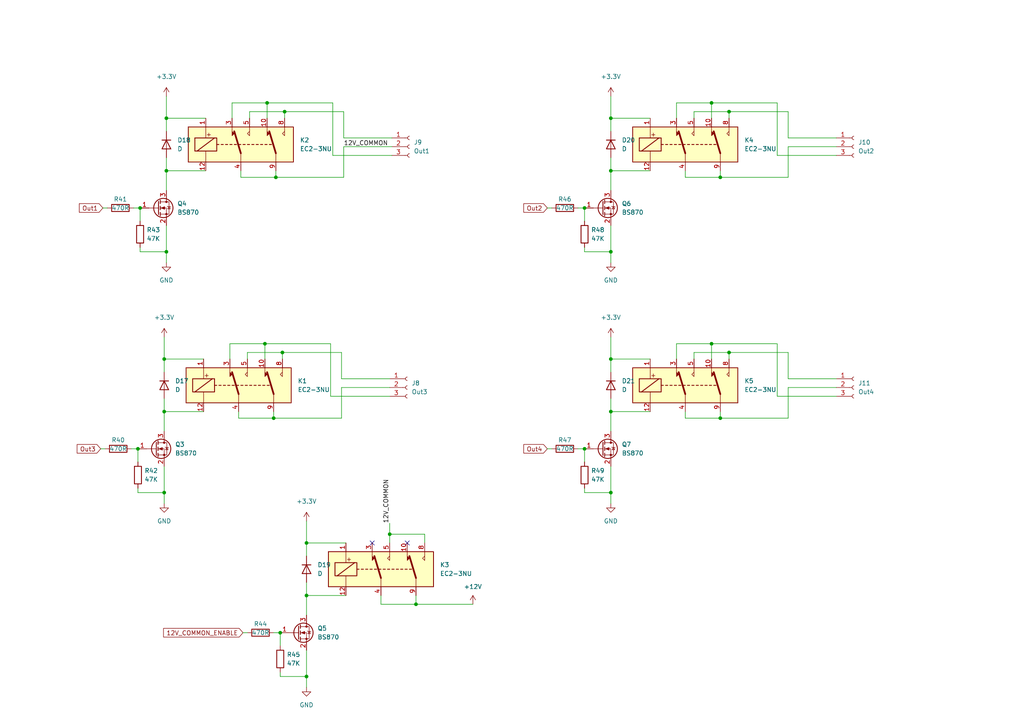
<source format=kicad_sch>
(kicad_sch (version 20230121) (generator eeschema)
  (paper "A4")
  (lib_symbols
    (symbol "Connector:Conn_01x03_Female" (pin_names (offset 1.016) hide)
      (property "Reference" "J" (at 0 5.08 0))
      (property "Value" "Conn_01x03_Female" (at 0 -5.08 0))
      (symbol "Conn_01x03_Female_1_1"
        (arc (start 0 -2.032) (mid -0.5058 -2.54) (end 0 -3.048) (stroke (width 0.1524)))
        (polyline (pts (xy -1.27 -2.54) (xy -0.508 -2.54)) (stroke (width 0.1524)))
        (polyline (pts (xy -1.27 0) (xy -0.508 0)) (stroke (width 0.1524)))
        (polyline (pts (xy -1.27 2.54) (xy -0.508 2.54)) (stroke (width 0.1524)))
        (arc (start 0 0.508) (mid -0.5058 0) (end 0 -0.508) (stroke (width 0.1524)))
        (arc (start 0 3.048) (mid -0.5058 2.54) (end 0 2.032) (stroke (width 0.1524)))
        (pin passive line (at -5.08 2.54 0) (length 3.81) (name "Pin_1") (number "1"))
        (pin passive line (at -5.08 0 0) (length 3.81) (name "Pin_2") (number "2"))
        (pin passive line (at -5.08 -2.54 0) (length 3.81) (name "Pin_3") (number "3"))
      )
    )
    (symbol "Device:D" (pin_numbers hide) (pin_names (offset 1.016) hide)
      (property "Reference" "D" (at 0 2.54 0))
      (property "Value" "D" (at 0 -2.54 0))
      (symbol "D_0_1"
        (polyline (pts (xy -1.27 1.27) (xy -1.27 -1.27)) (stroke (width 0.254)))
        (polyline (pts (xy 1.27 0) (xy -1.27 0)))
        (polyline (pts (xy 1.27 1.27) (xy 1.27 -1.27) (xy -1.27 0) (xy 1.27 1.27)) (stroke (width 0.254)))
      )
      (symbol "D_1_1"
        (pin passive line (at -3.81 0 0) (length 2.54) (name "K") (number "1"))
        (pin passive line (at 3.81 0 180) (length 2.54) (name "A") (number "2"))
      )
    )
    (symbol "Device:R" (pin_numbers hide) (pin_names (offset 0))
      (property "Reference" "R" (at 2.032 0 90))
      (property "Value" "R" (at 0 0 90))
      (symbol "R_0_1"
        (rectangle (start -1.016 -2.54) (end 1.016 2.54) (stroke (width 0.254)))
      )
      (symbol "R_1_1"
        (pin passive line (at 0 3.81 270) (length 1.27) (name "~") (number "1"))
        (pin passive line (at 0 -3.81 90) (length 1.27) (name "~") (number "2"))
      )
    )
    (symbol "Relay:EC2-3NU"
      (property "Reference" "K" (at 15.24 8.89 0))
      (property "Value" "EC2-3NU" (at 19.05 6.35 0))
      (symbol "EC2-3NU_1_1"
        (rectangle (start -15.24 5.08) (end 15.24 -5.08) (stroke (width 0.254)) (fill (type background)))
        (rectangle (start -13.335 1.905) (end -6.985 -1.905) (stroke (width 0.254)))
        (polyline (pts (xy -12.7 -1.905) (xy -7.62 1.905)) (stroke (width 0.254)))
        (polyline (pts (xy -10.16 -5.08) (xy -10.16 -1.905)))
        (polyline (pts (xy -10.16 5.08) (xy -10.16 1.905)))
        (polyline (pts (xy -6.985 0) (xy -6.35 0)) (stroke (width 0.254)))
        (polyline (pts (xy -5.715 0) (xy -5.08 0)) (stroke (width 0.254)))
        (polyline (pts (xy -4.445 0) (xy -3.81 0)) (stroke (width 0.254)))
        (polyline (pts (xy -3.175 0) (xy -2.54 0)) (stroke (width 0.254)))
        (polyline (pts (xy -1.905 0) (xy -1.27 0)) (stroke (width 0.254)))
        (polyline (pts (xy -0.635 0) (xy 0 0)) (stroke (width 0.254)))
        (polyline (pts (xy 0 -2.54) (xy -1.905 3.81)) (stroke (width 0.508)))
        (polyline (pts (xy 0 -2.54) (xy 0 -5.08)))
        (polyline (pts (xy 0.635 0) (xy 1.27 0)) (stroke (width 0.254)))
        (polyline (pts (xy 1.905 0) (xy 2.54 0)) (stroke (width 0.254)))
        (polyline (pts (xy 3.175 0) (xy 3.81 0)) (stroke (width 0.254)))
        (polyline (pts (xy 4.445 0) (xy 5.08 0)) (stroke (width 0.254)))
        (polyline (pts (xy 5.715 0) (xy 6.35 0)) (stroke (width 0.254)))
        (polyline (pts (xy 6.985 0) (xy 7.62 0)) (stroke (width 0.254)))
        (polyline (pts (xy 8.255 0) (xy 8.89 0)) (stroke (width 0.254)))
        (polyline (pts (xy 10.16 -2.54) (xy 8.255 3.81)) (stroke (width 0.508)))
        (polyline (pts (xy 10.16 -2.54) (xy 10.16 -5.08)))
        (polyline (pts (xy -2.54 5.08) (xy -2.54 2.54) (xy -1.905 3.175) (xy -2.54 3.81)) (fill (type outline)))
        (polyline (pts (xy 2.54 5.08) (xy 2.54 2.54) (xy 1.905 3.175) (xy 2.54 3.81)))
        (polyline (pts (xy 7.62 5.08) (xy 7.62 2.54) (xy 8.255 3.175) (xy 7.62 3.81)) (fill (type outline)))
        (polyline (pts (xy 12.7 5.08) (xy 12.7 2.54) (xy 12.065 3.175) (xy 12.7 3.81)))
        (text "+" (at -9.271 2.921 0) (effects (font (size 1.27 1.27))))
        (pin passive line (at -10.16 7.62 270) (length 2.54) (name "~") (number "1"))
        (pin passive line (at 7.62 7.62 270) (length 2.54) (name "~") (number "10"))
        (pin passive line (at -10.16 -7.62 90) (length 2.54) (name "~") (number "12"))
        (pin passive line (at -2.54 7.62 270) (length 2.54) (name "~") (number "3"))
        (pin passive line (at 0 -7.62 90) (length 2.54) (name "~") (number "4"))
        (pin passive line (at 2.54 7.62 270) (length 2.54) (name "~") (number "5"))
        (pin passive line (at 12.7 7.62 270) (length 2.54) (name "~") (number "8"))
        (pin passive line (at 10.16 -7.62 90) (length 2.54) (name "~") (number "9"))
      )
    )
    (symbol "Transistor_FET:BS870" (pin_names hide)
      (property "Reference" "Q" (at 5.08 1.905 0))
      (property "Value" "BS870" (at 5.08 0 0))
      (symbol "BS870_0_1"
        (polyline (pts (xy 0.254 0) (xy -2.54 0)))
        (polyline (pts (xy 0.254 1.905) (xy 0.254 -1.905)) (stroke (width 0.254)))
        (polyline (pts (xy 0.762 -1.27) (xy 0.762 -2.286)) (stroke (width 0.254)))
        (polyline (pts (xy 0.762 0.508) (xy 0.762 -0.508)) (stroke (width 0.254)))
        (polyline (pts (xy 0.762 2.286) (xy 0.762 1.27)) (stroke (width 0.254)))
        (polyline (pts (xy 2.54 2.54) (xy 2.54 1.778)))
        (polyline (pts (xy 2.54 -2.54) (xy 2.54 0) (xy 0.762 0)))
        (polyline (pts (xy 0.762 -1.778) (xy 3.302 -1.778) (xy 3.302 1.778) (xy 0.762 1.778)))
        (polyline (pts (xy 1.016 0) (xy 2.032 0.381) (xy 2.032 -0.381) (xy 1.016 0)) (fill (type outline)))
        (polyline (pts (xy 2.794 0.508) (xy 2.921 0.381) (xy 3.683 0.381) (xy 3.81 0.254)))
        (polyline (pts (xy 3.302 0.381) (xy 2.921 -0.254) (xy 3.683 -0.254) (xy 3.302 0.381)))
        (circle (center 1.651 0) (radius 2.794) (stroke (width 0.254)))
        (circle (center 2.54 -1.778) (radius 0.254) (fill (type outline)))
        (circle (center 2.54 1.778) (radius 0.254) (fill (type outline)))
      )
      (symbol "BS870_1_1"
        (pin input line (at -5.08 0 0) (length 2.54) (name "G") (number "1"))
        (pin passive line (at 2.54 -5.08 90) (length 2.54) (name "S") (number "2"))
        (pin passive line (at 2.54 5.08 270) (length 2.54) (name "D") (number "3"))
      )
    )
    (symbol "power:+12V" (power) (pin_names (offset 0))
      (property "Value" "+12V" (at 0 3.556 0))
      (symbol "+12V_0_1"
        (polyline (pts (xy -0.762 1.27) (xy 0 2.54)))
        (polyline (pts (xy 0 0) (xy 0 2.54)))
        (polyline (pts (xy 0 2.54) (xy 0.762 1.27)))
      )
      (symbol "+12V_1_1"
        (pin power_in line (at 0 0 90) (length 0) hide (name "+12V") (number "1"))
      )
    )
    (symbol "power:+3.3V" (power) (pin_names (offset 0))
      (property "Value" "+3.3V" (at 0 3.556 0))
      (symbol "+3.3V_0_1"
        (polyline (pts (xy -0.762 1.27) (xy 0 2.54)))
        (polyline (pts (xy 0 0) (xy 0 2.54)))
        (polyline (pts (xy 0 2.54) (xy 0.762 1.27)))
      )
      (symbol "+3.3V_1_1"
        (pin power_in line (at 0 0 90) (length 0) hide (name "+3.3V") (number "1"))
      )
    )
    (symbol "power:GND" (power) (pin_names (offset 0))
      (property "Value" "GND" (at 0 -3.81 0))
      (symbol "GND_0_1"
        (polyline (pts (xy 0 0) (xy 0 -1.27) (xy 1.27 -1.27) (xy 0 -2.54) (xy -1.27 -1.27) (xy 0 -1.27)))
      )
      (symbol "GND_1_1"
        (pin power_in line (at 0 0 270) (length 0) hide (name "GND") (number "1"))
      )
    )
  )
  (junction (at 177.165 119.38))
  (junction (at 48.26 49.53))
  (junction (at 88.9 157.48))
  (junction (at 77.47 29.845))
  (junction (at 81.915 102.235))
  (junction (at 206.375 29.845))
  (junction (at 211.455 102.235))
  (junction (at 211.455 32.385))
  (junction (at 169.545 130.175))
  (junction (at 82.55 32.385))
  (junction (at 40.64 60.325))
  (junction (at 47.625 119.38))
  (junction (at 177.165 142.875))
  (junction (at 80.01 51.435))
  (junction (at 177.165 104.14))
  (junction (at 40.005 130.175))
  (junction (at 120.65 175.26))
  (junction (at 177.165 73.025))
  (junction (at 48.26 73.025))
  (junction (at 47.625 142.875))
  (junction (at 48.26 34.29))
  (junction (at 88.9 196.215))
  (junction (at 208.915 121.285))
  (junction (at 79.375 121.285))
  (junction (at 177.165 49.53))
  (junction (at 88.9 172.72))
  (junction (at 81.28 183.515))
  (junction (at 206.375 99.695))
  (junction (at 113.03 154.94))
  (junction (at 208.915 51.435))
  (junction (at 169.545 60.325))
  (junction (at 177.165 34.29))
  (junction (at 76.835 99.695))
  (junction (at 47.625 104.14))
  (no_connect (at 107.95 157.48))
  (no_connect (at 118.11 157.48))
  (wire (pts (xy 196.215 99.695) (xy 206.375 99.695)))
  (wire (pts (xy 228.6 112.395) (xy 242.57 112.395)))
  (wire (pts (xy 177.165 34.29) (xy 188.595 34.29)))
  (wire (pts (xy 225.425 114.935) (xy 242.57 114.935)))
  (wire (pts (xy 208.915 51.435) (xy 228.6 51.435)))
  (wire (pts (xy 169.545 71.755) (xy 169.545 73.025)))
  (wire (pts (xy 48.26 49.53) (xy 48.26 45.72)))
  (wire (pts (xy 47.625 142.875) (xy 47.625 146.05)))
  (wire (pts (xy 59.69 49.53) (xy 48.26 49.53)))
  (wire (pts (xy 196.215 104.14) (xy 196.215 99.695)))
  (wire (pts (xy 48.26 38.1) (xy 48.26 34.29)))
  (wire (pts (xy 88.9 161.29) (xy 88.9 157.48)))
  (wire (pts (xy 211.455 32.385) (xy 228.6 32.385)))
  (wire (pts (xy 228.6 32.385) (xy 228.6 40.005)))
  (wire (pts (xy 177.165 49.53) (xy 177.165 55.245)))
  (wire (pts (xy 169.545 130.175) (xy 169.545 133.985)))
  (wire (pts (xy 228.6 51.435) (xy 228.6 42.545)))
  (wire (pts (xy 88.9 157.48) (xy 100.33 157.48)))
  (wire (pts (xy 123.19 154.94) (xy 123.19 157.48)))
  (wire (pts (xy 201.295 102.235) (xy 211.455 102.235)))
  (wire (pts (xy 88.9 188.595) (xy 88.9 196.215)))
  (wire (pts (xy 69.85 51.435) (xy 80.01 51.435)))
  (wire (pts (xy 99.06 109.855) (xy 113.03 109.855)))
  (wire (pts (xy 95.885 99.695) (xy 95.885 114.935)))
  (wire (pts (xy 59.055 119.38) (xy 47.625 119.38)))
  (wire (pts (xy 77.47 34.29) (xy 77.47 29.845)))
  (wire (pts (xy 88.9 196.215) (xy 88.9 199.39)))
  (wire (pts (xy 72.39 34.29) (xy 72.39 32.385)))
  (wire (pts (xy 225.425 99.695) (xy 225.425 114.935)))
  (wire (pts (xy 69.85 49.53) (xy 69.85 51.435)))
  (wire (pts (xy 137.16 175.26) (xy 120.65 175.26)))
  (wire (pts (xy 198.755 49.53) (xy 198.755 51.435)))
  (wire (pts (xy 48.26 73.025) (xy 48.26 76.2)))
  (wire (pts (xy 40.005 141.605) (xy 40.005 142.875)))
  (wire (pts (xy 99.06 112.395) (xy 113.03 112.395)))
  (wire (pts (xy 96.52 45.085) (xy 113.665 45.085)))
  (wire (pts (xy 177.165 38.1) (xy 177.165 34.29)))
  (wire (pts (xy 201.295 104.14) (xy 201.295 102.235)))
  (wire (pts (xy 208.915 49.53) (xy 208.915 51.435)))
  (wire (pts (xy 211.455 102.235) (xy 211.455 104.14)))
  (wire (pts (xy 48.26 34.29) (xy 59.69 34.29)))
  (wire (pts (xy 169.545 60.325) (xy 169.545 64.135)))
  (wire (pts (xy 47.625 119.38) (xy 47.625 125.095)))
  (wire (pts (xy 198.755 51.435) (xy 208.915 51.435)))
  (wire (pts (xy 188.595 119.38) (xy 177.165 119.38)))
  (wire (pts (xy 29.21 130.175) (xy 30.48 130.175)))
  (wire (pts (xy 177.165 107.95) (xy 177.165 104.14)))
  (wire (pts (xy 167.64 60.325) (xy 169.545 60.325)))
  (wire (pts (xy 177.165 119.38) (xy 177.165 115.57)))
  (wire (pts (xy 40.64 73.025) (xy 48.26 73.025)))
  (wire (pts (xy 71.755 102.235) (xy 81.915 102.235)))
  (wire (pts (xy 99.06 121.285) (xy 99.06 112.395)))
  (wire (pts (xy 82.55 32.385) (xy 82.55 34.29)))
  (wire (pts (xy 47.625 135.255) (xy 47.625 142.875)))
  (wire (pts (xy 99.695 42.545) (xy 113.665 42.545)))
  (wire (pts (xy 40.64 71.755) (xy 40.64 73.025)))
  (wire (pts (xy 158.75 130.175) (xy 160.02 130.175)))
  (wire (pts (xy 225.425 45.085) (xy 242.57 45.085)))
  (wire (pts (xy 177.165 119.38) (xy 177.165 125.095)))
  (wire (pts (xy 169.545 141.605) (xy 169.545 142.875)))
  (wire (pts (xy 228.6 102.235) (xy 228.6 109.855)))
  (wire (pts (xy 71.755 104.14) (xy 71.755 102.235)))
  (wire (pts (xy 100.33 172.72) (xy 88.9 172.72)))
  (wire (pts (xy 48.26 49.53) (xy 48.26 55.245)))
  (wire (pts (xy 81.28 196.215) (xy 88.9 196.215)))
  (wire (pts (xy 228.6 42.545) (xy 242.57 42.545)))
  (wire (pts (xy 70.485 183.515) (xy 71.755 183.515)))
  (wire (pts (xy 80.01 49.53) (xy 80.01 51.435)))
  (wire (pts (xy 48.26 65.405) (xy 48.26 73.025)))
  (wire (pts (xy 208.915 121.285) (xy 228.6 121.285)))
  (wire (pts (xy 228.6 40.005) (xy 242.57 40.005)))
  (wire (pts (xy 206.375 29.845) (xy 225.425 29.845)))
  (wire (pts (xy 198.755 119.38) (xy 198.755 121.285)))
  (wire (pts (xy 40.64 60.325) (xy 40.64 64.135)))
  (wire (pts (xy 79.375 183.515) (xy 81.28 183.515)))
  (wire (pts (xy 77.47 29.845) (xy 96.52 29.845)))
  (wire (pts (xy 188.595 49.53) (xy 177.165 49.53)))
  (wire (pts (xy 79.375 119.38) (xy 79.375 121.285)))
  (wire (pts (xy 66.675 99.695) (xy 76.835 99.695)))
  (wire (pts (xy 211.455 32.385) (xy 211.455 34.29)))
  (wire (pts (xy 201.295 34.29) (xy 201.295 32.385)))
  (wire (pts (xy 96.52 29.845) (xy 96.52 45.085)))
  (wire (pts (xy 40.005 130.175) (xy 40.005 133.985)))
  (wire (pts (xy 206.375 99.695) (xy 225.425 99.695)))
  (wire (pts (xy 99.06 102.235) (xy 99.06 109.855)))
  (wire (pts (xy 99.695 51.435) (xy 99.695 42.545)))
  (wire (pts (xy 120.65 172.72) (xy 120.65 175.26)))
  (wire (pts (xy 40.005 142.875) (xy 47.625 142.875)))
  (wire (pts (xy 177.165 65.405) (xy 177.165 73.025)))
  (wire (pts (xy 48.26 27.94) (xy 48.26 34.29)))
  (wire (pts (xy 95.885 114.935) (xy 113.03 114.935)))
  (wire (pts (xy 206.375 104.14) (xy 206.375 99.695)))
  (wire (pts (xy 82.55 32.385) (xy 99.695 32.385)))
  (wire (pts (xy 208.915 119.38) (xy 208.915 121.285)))
  (wire (pts (xy 113.03 154.94) (xy 123.19 154.94)))
  (wire (pts (xy 99.695 32.385) (xy 99.695 40.005)))
  (wire (pts (xy 47.625 97.79) (xy 47.625 104.14)))
  (wire (pts (xy 76.835 104.14) (xy 76.835 99.695)))
  (wire (pts (xy 158.75 60.325) (xy 160.02 60.325)))
  (wire (pts (xy 47.625 119.38) (xy 47.625 115.57)))
  (wire (pts (xy 177.165 104.14) (xy 188.595 104.14)))
  (wire (pts (xy 198.755 121.285) (xy 208.915 121.285)))
  (wire (pts (xy 110.49 175.26) (xy 110.49 172.72)))
  (wire (pts (xy 79.375 121.285) (xy 99.06 121.285)))
  (wire (pts (xy 88.9 172.72) (xy 88.9 168.91)))
  (wire (pts (xy 69.215 119.38) (xy 69.215 121.285)))
  (wire (pts (xy 81.915 102.235) (xy 81.915 104.14)))
  (wire (pts (xy 69.215 121.285) (xy 79.375 121.285)))
  (wire (pts (xy 113.03 154.94) (xy 113.03 157.48)))
  (wire (pts (xy 29.845 60.325) (xy 31.115 60.325)))
  (wire (pts (xy 177.165 97.79) (xy 177.165 104.14)))
  (wire (pts (xy 177.165 27.94) (xy 177.165 34.29)))
  (wire (pts (xy 169.545 73.025) (xy 177.165 73.025)))
  (wire (pts (xy 225.425 29.845) (xy 225.425 45.085)))
  (wire (pts (xy 196.215 34.29) (xy 196.215 29.845)))
  (wire (pts (xy 81.915 102.235) (xy 99.06 102.235)))
  (wire (pts (xy 201.295 32.385) (xy 211.455 32.385)))
  (wire (pts (xy 67.31 34.29) (xy 67.31 29.845)))
  (wire (pts (xy 120.65 175.26) (xy 110.49 175.26)))
  (wire (pts (xy 38.1 130.175) (xy 40.005 130.175)))
  (wire (pts (xy 66.675 104.14) (xy 66.675 99.695)))
  (wire (pts (xy 88.9 151.13) (xy 88.9 157.48)))
  (wire (pts (xy 81.28 183.515) (xy 81.28 187.325)))
  (wire (pts (xy 177.165 73.025) (xy 177.165 76.2)))
  (wire (pts (xy 81.28 194.945) (xy 81.28 196.215)))
  (wire (pts (xy 177.165 142.875) (xy 177.165 146.05)))
  (wire (pts (xy 99.695 40.005) (xy 113.665 40.005)))
  (wire (pts (xy 88.9 172.72) (xy 88.9 178.435)))
  (wire (pts (xy 38.735 60.325) (xy 40.64 60.325)))
  (wire (pts (xy 228.6 121.285) (xy 228.6 112.395)))
  (wire (pts (xy 72.39 32.385) (xy 82.55 32.385)))
  (wire (pts (xy 80.01 51.435) (xy 99.695 51.435)))
  (wire (pts (xy 211.455 102.235) (xy 228.6 102.235)))
  (wire (pts (xy 169.545 142.875) (xy 177.165 142.875)))
  (wire (pts (xy 76.835 99.695) (xy 95.885 99.695)))
  (wire (pts (xy 228.6 109.855) (xy 242.57 109.855)))
  (wire (pts (xy 47.625 104.14) (xy 59.055 104.14)))
  (wire (pts (xy 47.625 107.95) (xy 47.625 104.14)))
  (wire (pts (xy 177.165 135.255) (xy 177.165 142.875)))
  (wire (pts (xy 206.375 34.29) (xy 206.375 29.845)))
  (wire (pts (xy 196.215 29.845) (xy 206.375 29.845)))
  (wire (pts (xy 113.03 151.765) (xy 113.03 154.94)))
  (wire (pts (xy 67.31 29.845) (xy 77.47 29.845)))
  (wire (pts (xy 177.165 49.53) (xy 177.165 45.72)))
  (wire (pts (xy 167.64 130.175) (xy 169.545 130.175)))
  (label "12V_COMMON" (at 99.695 42.545 0))
  (label "12V_COMMON" (at 113.03 151.765 90))
  (global_label "Out3" (shape input) (at 29.21 130.175 180) (property "Intersheetrefs" "${INTERSHEET_REFS}" (effects hide)))
  (global_label "12V_COMMON_ENABLE" (shape input) (at 70.485 183.515 180) (property "Intersheetrefs" "${INTERSHEET_REFS}" (effects hide)))
  (global_label "Out2" (shape input) (at 158.75 60.325 180) (property "Intersheetrefs" "${INTERSHEET_REFS}" (effects hide)))
  (global_label "Out4" (shape input) (at 158.75 130.175 180) (property "Intersheetrefs" "${INTERSHEET_REFS}" (effects hide)))
  (global_label "Out1" (shape input) (at 29.845 60.325 180) (property "Intersheetrefs" "${INTERSHEET_REFS}" (effects hide)))
  (symbol (lib_id "power:GND") (at 177.165 146.05 0) (unit 1)
    (property "Reference" "#PWR0152" (effects hide))
    (property "Value" "GND" (at 177.165 151.13 0))
  )
  (symbol (lib_id "Transistor_FET:BS870") (at 174.625 130.175 0) (unit 1)
    (property "Reference" "Q7" (at 180.34 128.9049 0) (effects (justify left)))
    (property "Value" "BS870" (at 180.34 131.4449 0) (effects (justify left)))
    (property "Footprint" "Package_TO_SOT_SMD:SOT-23" (effects hide))
    (property "Datasheet" "http://www.diodes.com/assets/Datasheets/ds11302.pdf" (effects hide))
  )
  (symbol (lib_id "Device:D") (at 177.165 41.91 270) (unit 1)
    (property "Reference" "D20" (at 180.34 40.6399 90) (effects (justify left)))
    (property "Value" "D" (at 180.34 43.1799 90) (effects (justify left)))
    (property "Footprint" "Diode_SMD:D_SOD-123" (effects hide))
  )
  (symbol (lib_id "Device:D") (at 48.26 41.91 270) (unit 1)
    (property "Reference" "D18" (at 51.435 40.6399 90) (effects (justify left)))
    (property "Value" "D" (at 51.435 43.1799 90) (effects (justify left)))
    (property "Footprint" "Diode_SMD:D_SOD-123" (effects hide))
  )
  (symbol (lib_id "Device:R") (at 81.28 191.135 0) (unit 1)
    (property "Reference" "R45" (at 83.185 189.8649 0) (effects (justify left)))
    (property "Value" "47K" (at 83.185 192.4049 0) (effects (justify left)))
    (property "Footprint" "Resistor_SMD:R_0603_1608Metric_Pad0.98x0.95mm_HandSolder" (effects hide))
  )
  (symbol (lib_id "power:GND") (at 48.26 76.2 0) (unit 1)
    (property "Reference" "#PWR0148" (effects hide))
    (property "Value" "GND" (at 48.26 81.28 0))
  )
  (symbol (lib_id "power:GND") (at 47.625 146.05 0) (unit 1)
    (property "Reference" "#PWR0155" (effects hide))
    (property "Value" "GND" (at 47.625 151.13 0))
  )
  (symbol (lib_id "power:+3.3V") (at 88.9 151.13 0) (unit 1)
    (property "Reference" "#PWR0154" (effects hide))
    (property "Value" "+3.3V" (at 88.9 145.415 0))
  )
  (symbol (lib_id "power:+3.3V") (at 177.165 97.79 0) (unit 1)
    (property "Reference" "#PWR0151" (effects hide))
    (property "Value" "+3.3V" (at 177.165 92.075 0))
  )
  (symbol (lib_id "Transistor_FET:BS870") (at 45.085 130.175 0) (unit 1)
    (property "Reference" "Q3" (at 50.8 128.9049 0) (effects (justify left)))
    (property "Value" "BS870" (at 50.8 131.4449 0) (effects (justify left)))
    (property "Footprint" "Package_TO_SOT_SMD:SOT-23" (effects hide))
    (property "Datasheet" "http://www.diodes.com/assets/Datasheets/ds11302.pdf" (effects hide))
  )
  (symbol (lib_id "power:+3.3V") (at 47.625 97.79 0) (unit 1)
    (property "Reference" "#PWR0153" (effects hide))
    (property "Value" "+3.3V" (at 47.625 92.075 0))
  )
  (symbol (lib_id "Device:R") (at 169.545 67.945 0) (unit 1)
    (property "Reference" "R48" (at 171.45 66.6749 0) (effects (justify left)))
    (property "Value" "47K" (at 171.45 69.2149 0) (effects (justify left)))
    (property "Footprint" "Resistor_SMD:R_0603_1608Metric_Pad0.98x0.95mm_HandSolder" (effects hide))
  )
  (symbol (lib_id "power:GND") (at 88.9 199.39 0) (unit 1)
    (property "Reference" "#PWR0156" (effects hide))
    (property "Value" "GND" (at 88.9 204.47 0))
  )
  (symbol (lib_id "Relay:EC2-3NU") (at 198.755 41.91 0) (unit 1)
    (property "Reference" "K4" (at 215.9 40.6399 0) (effects (justify left)))
    (property "Value" "EC2-3NU" (at 215.9 43.1799 0) (effects (justify left)))
    (property "Footprint" "Relay_THT:Relay_DPDT_Kemet_EC2" (effects hide))
    (property "Datasheet" "https://content.kemet.com/datasheets/KEM_R7002_EC2_EE2.pdf" (effects hide))
  )
  (symbol (lib_id "Relay:EC2-3NU") (at 69.215 111.76 0) (unit 1)
    (property "Reference" "K1" (at 86.36 110.4899 0) (effects (justify left)))
    (property "Value" "EC2-3NU" (at 86.36 113.0299 0) (effects (justify left)))
    (property "Footprint" "Relay_THT:Relay_DPDT_Kemet_EC2" (effects hide))
    (property "Datasheet" "https://content.kemet.com/datasheets/KEM_R7002_EC2_EE2.pdf" (effects hide))
  )
  (symbol (lib_id "Connector:Conn_01x03_Female") (at 118.11 112.395 0) (unit 1)
    (property "Reference" "J8" (at 119.38 111.1249 0) (effects (justify left)))
    (property "Value" "Out3" (at 119.38 113.6649 0) (effects (justify left)))
    (property "Footprint" "Connector_Phoenix_MSTB:PhoenixContact_MSTBVA_2,5_3-G_1x03_P5.00mm_Vertical" (effects hide))
  )
  (symbol (lib_id "Transistor_FET:BS870") (at 45.72 60.325 0) (unit 1)
    (property "Reference" "Q4" (at 51.435 59.0549 0) (effects (justify left)))
    (property "Value" "BS870" (at 51.435 61.5949 0) (effects (justify left)))
    (property "Footprint" "Package_TO_SOT_SMD:SOT-23" (effects hide))
    (property "Datasheet" "http://www.diodes.com/assets/Datasheets/ds11302.pdf" (effects hide))
  )
  (symbol (lib_id "Transistor_FET:BS870") (at 174.625 60.325 0) (unit 1)
    (property "Reference" "Q6" (at 180.34 59.0549 0) (effects (justify left)))
    (property "Value" "BS870" (at 180.34 61.5949 0) (effects (justify left)))
    (property "Footprint" "Package_TO_SOT_SMD:SOT-23" (effects hide))
    (property "Datasheet" "http://www.diodes.com/assets/Datasheets/ds11302.pdf" (effects hide))
  )
  (symbol (lib_id "Device:R") (at 40.005 137.795 0) (unit 1)
    (property "Reference" "R42" (at 41.91 136.5249 0) (effects (justify left)))
    (property "Value" "47K" (at 41.91 139.0649 0) (effects (justify left)))
    (property "Footprint" "Resistor_SMD:R_0603_1608Metric_Pad0.98x0.95mm_HandSolder" (effects hide))
  )
  (symbol (lib_id "Relay:EC2-3NU") (at 110.49 165.1 0) (unit 1)
    (property "Reference" "K3" (at 127.635 163.8299 0) (effects (justify left)))
    (property "Value" "EC2-3NU" (at 127.635 166.3699 0) (effects (justify left)))
    (property "Footprint" "Relay_THT:Relay_DPDT_Kemet_EC2" (effects hide))
    (property "Datasheet" "https://content.kemet.com/datasheets/KEM_R7002_EC2_EE2.pdf" (effects hide))
  )
  (symbol (lib_id "Device:R") (at 163.83 60.325 90) (unit 1)
    (property "Reference" "R46" (at 163.83 57.785 90))
    (property "Value" "470R" (at 163.83 60.325 90))
    (property "Footprint" "Resistor_SMD:R_0603_1608Metric_Pad0.98x0.95mm_HandSolder" (effects hide))
  )
  (symbol (lib_id "Device:R") (at 34.29 130.175 90) (unit 1)
    (property "Reference" "R40" (at 34.29 127.635 90))
    (property "Value" "470R" (at 34.29 130.175 90))
    (property "Footprint" "Resistor_SMD:R_0603_1608Metric_Pad0.98x0.95mm_HandSolder" (effects hide))
  )
  (symbol (lib_id "power:+3.3V") (at 177.165 27.94 0) (unit 1)
    (property "Reference" "#PWR0146" (effects hide))
    (property "Value" "+3.3V" (at 177.165 22.225 0))
  )
  (symbol (lib_id "Device:R") (at 34.925 60.325 90) (unit 1)
    (property "Reference" "R41" (at 34.925 57.785 90))
    (property "Value" "470R" (at 34.925 60.325 90))
    (property "Footprint" "Resistor_SMD:R_0603_1608Metric_Pad0.98x0.95mm_HandSolder" (effects hide))
  )
  (symbol (lib_id "Device:R") (at 163.83 130.175 90) (unit 1)
    (property "Reference" "R47" (at 163.83 127.635 90))
    (property "Value" "470R" (at 163.83 130.175 90))
    (property "Footprint" "Resistor_SMD:R_0603_1608Metric_Pad0.98x0.95mm_HandSolder" (effects hide))
  )
  (symbol (lib_id "Device:D") (at 88.9 165.1 270) (unit 1)
    (property "Reference" "D19" (at 92.075 163.8299 90) (effects (justify left)))
    (property "Value" "D" (at 92.075 166.3699 90) (effects (justify left)))
    (property "Footprint" "Diode_SMD:D_SOD-123" (effects hide))
  )
  (symbol (lib_id "power:+12V") (at 137.16 175.26 0) (unit 1)
    (property "Reference" "#PWR0149" (effects hide))
    (property "Value" "+12V" (at 137.16 170.18 0))
  )
  (symbol (lib_id "Device:D") (at 47.625 111.76 270) (unit 1)
    (property "Reference" "D17" (at 50.8 110.4899 90) (effects (justify left)))
    (property "Value" "D" (at 50.8 113.0299 90) (effects (justify left)))
    (property "Footprint" "Diode_SMD:D_SOD-123" (effects hide))
  )
  (symbol (lib_id "Device:R") (at 169.545 137.795 0) (unit 1)
    (property "Reference" "R49" (at 171.45 136.5249 0) (effects (justify left)))
    (property "Value" "47K" (at 171.45 139.0649 0) (effects (justify left)))
    (property "Footprint" "Resistor_SMD:R_0603_1608Metric_Pad0.98x0.95mm_HandSolder" (effects hide))
  )
  (symbol (lib_id "Connector:Conn_01x03_Female") (at 118.745 42.545 0) (unit 1)
    (property "Reference" "J9" (at 120.015 41.2749 0) (effects (justify left)))
    (property "Value" "Out1" (at 120.015 43.8149 0) (effects (justify left)))
    (property "Footprint" "Connector_Phoenix_MSTB:PhoenixContact_MSTBVA_2,5_3-G_1x03_P5.00mm_Vertical" (effects hide))
  )
  (symbol (lib_id "Device:R") (at 75.565 183.515 90) (unit 1)
    (property "Reference" "R44" (at 75.565 180.975 90))
    (property "Value" "470R" (at 75.565 183.515 90))
    (property "Footprint" "Resistor_SMD:R_0603_1608Metric_Pad0.98x0.95mm_HandSolder" (effects hide))
  )
  (symbol (lib_id "power:+3.3V") (at 48.26 27.94 0) (unit 1)
    (property "Reference" "#PWR0147" (effects hide))
    (property "Value" "+3.3V" (at 48.26 22.225 0))
  )
  (symbol (lib_id "Device:R") (at 40.64 67.945 0) (unit 1)
    (property "Reference" "R43" (at 42.545 66.6749 0) (effects (justify left)))
    (property "Value" "47K" (at 42.545 69.2149 0) (effects (justify left)))
    (property "Footprint" "Resistor_SMD:R_0603_1608Metric_Pad0.98x0.95mm_HandSolder" (effects hide))
  )
  (symbol (lib_id "Connector:Conn_01x03_Female") (at 247.65 112.395 0) (unit 1)
    (property "Reference" "J11" (at 248.92 111.1249 0) (effects (justify left)))
    (property "Value" "Out4" (at 248.92 113.6649 0) (effects (justify left)))
    (property "Footprint" "Connector_Phoenix_MSTB:PhoenixContact_MSTBVA_2,5_3-G_1x03_P5.00mm_Vertical" (effects hide))
  )
  (symbol (lib_id "Relay:EC2-3NU") (at 69.85 41.91 0) (unit 1)
    (property "Reference" "K2" (at 86.995 40.6399 0) (effects (justify left)))
    (property "Value" "EC2-3NU" (at 86.995 43.1799 0) (effects (justify left)))
    (property "Footprint" "Relay_THT:Relay_DPDT_Kemet_EC2" (effects hide))
    (property "Datasheet" "https://content.kemet.com/datasheets/KEM_R7002_EC2_EE2.pdf" (effects hide))
  )
  (symbol (lib_id "Transistor_FET:BS870") (at 86.36 183.515 0) (unit 1)
    (property "Reference" "Q5" (at 92.075 182.2449 0) (effects (justify left)))
    (property "Value" "BS870" (at 92.075 184.7849 0) (effects (justify left)))
    (property "Footprint" "Package_TO_SOT_SMD:SOT-23" (effects hide))
    (property "Datasheet" "http://www.diodes.com/assets/Datasheets/ds11302.pdf" (effects hide))
  )
  (symbol (lib_id "power:GND") (at 177.165 76.2 0) (unit 1)
    (property "Reference" "#PWR0150" (effects hide))
    (property "Value" "GND" (at 177.165 81.28 0))
  )
  (symbol (lib_id "Connector:Conn_01x03_Female") (at 247.65 42.545 0) (unit 1)
    (property "Reference" "J10" (at 248.92 41.2749 0) (effects (justify left)))
    (property "Value" "Out2" (at 248.92 43.8149 0) (effects (justify left)))
    (property "Footprint" "Connector_Phoenix_MSTB:PhoenixContact_MSTBVA_2,5_3-G_1x03_P5.00mm_Vertical" (effects hide))
  )
  (symbol (lib_id "Device:D") (at 177.165 111.76 270) (unit 1)
    (property "Reference" "D21" (at 180.34 110.4899 90) (effects (justify left)))
    (property "Value" "D" (at 180.34 113.0299 90) (effects (justify left)))
    (property "Footprint" "Diode_SMD:D_SOD-123" (effects hide))
  )
  (symbol (lib_id "Relay:EC2-3NU") (at 198.755 111.76 0) (unit 1)
    (property "Reference" "K5" (at 215.9 110.4899 0) (effects (justify left)))
    (property "Value" "EC2-3NU" (at 215.9 113.0299 0) (effects (justify left)))
    (property "Footprint" "Relay_THT:Relay_DPDT_Kemet_EC2" (effects hide))
    (property "Datasheet" "https://content.kemet.com/datasheets/KEM_R7002_EC2_EE2.pdf" (effects hide))
  )
)
</source>
